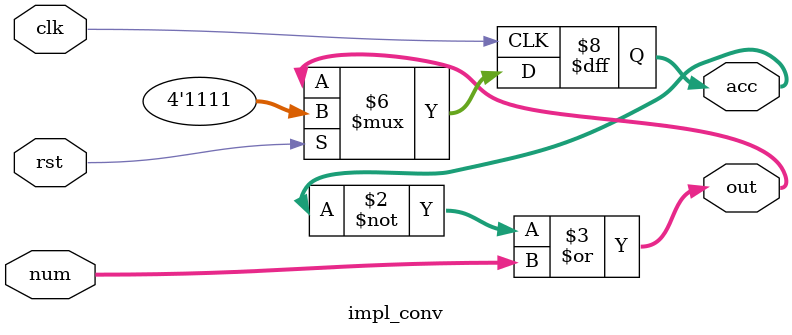
<source format=sv>
module impl_conv #(
    parameter int COUNT_OF_BITS = 4
) (
    input logic clk,
    input logic rst,
    input logic [COUNT_OF_BITS-1:0] num,
    output logic [COUNT_OF_BITS-1:0] out,
    output logic [COUNT_OF_BITS-1:0] acc
);

    

    always_comb begin
        out = ~acc | num;
    end

    always_ff @(posedge clk) begin
        if (rst) begin
            acc <= 4'b1111;               //Заметим, что 1->a = a, следовательно, нейтральным элементом будет 1
        end else begin
            acc <= out;
        end
    end
endmodule
</source>
